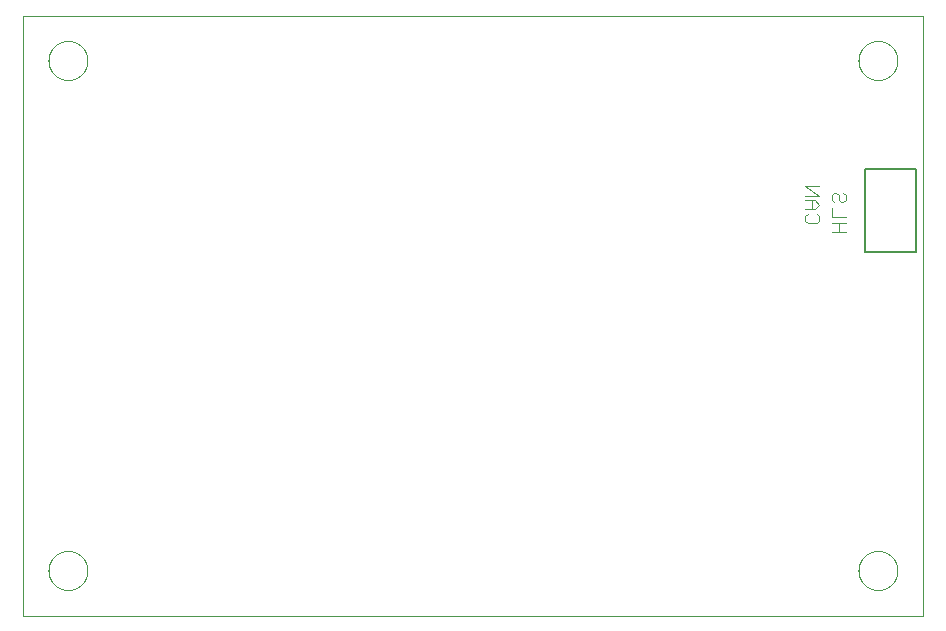
<source format=gbo>
G75*
%MOIN*%
%OFA0B0*%
%FSLAX25Y25*%
%IPPOS*%
%LPD*%
%AMOC8*
5,1,8,0,0,1.08239X$1,22.5*
%
%ADD10C,0.00300*%
%ADD11C,0.00400*%
%ADD12C,0.00000*%
%ADD13C,0.00500*%
D10*
X0330000Y0290000D02*
X0330000Y0490000D01*
X0630000Y0490000D01*
X0630000Y0290000D01*
X0330000Y0290000D01*
D11*
X0590825Y0421561D02*
X0590825Y0423096D01*
X0591592Y0423863D01*
X0590825Y0425398D02*
X0593894Y0425398D01*
X0595429Y0426933D01*
X0593894Y0428467D01*
X0590825Y0428467D01*
X0590825Y0430002D02*
X0595429Y0430002D01*
X0590825Y0433071D01*
X0595429Y0433071D01*
X0599575Y0430200D02*
X0599575Y0428665D01*
X0600342Y0427898D01*
X0601877Y0428665D02*
X0601877Y0430200D01*
X0601110Y0430967D01*
X0600342Y0430967D01*
X0599575Y0430200D01*
X0601877Y0428665D02*
X0602644Y0427898D01*
X0603412Y0427898D01*
X0604179Y0428665D01*
X0604179Y0430200D01*
X0603412Y0430967D01*
X0599575Y0425967D02*
X0599575Y0422898D01*
X0604179Y0422898D01*
X0604179Y0420967D02*
X0599575Y0420967D01*
X0601877Y0420967D02*
X0601877Y0417898D01*
X0599575Y0417898D02*
X0604179Y0417898D01*
X0595429Y0421561D02*
X0594662Y0420794D01*
X0591592Y0420794D01*
X0590825Y0421561D01*
X0594662Y0423863D02*
X0595429Y0423096D01*
X0595429Y0421561D01*
X0593127Y0425398D02*
X0593127Y0428467D01*
D12*
X0608500Y0475000D02*
X0608502Y0475161D01*
X0608508Y0475321D01*
X0608518Y0475482D01*
X0608532Y0475642D01*
X0608550Y0475802D01*
X0608571Y0475961D01*
X0608597Y0476120D01*
X0608627Y0476278D01*
X0608660Y0476435D01*
X0608698Y0476592D01*
X0608739Y0476747D01*
X0608784Y0476901D01*
X0608833Y0477054D01*
X0608886Y0477206D01*
X0608942Y0477357D01*
X0609003Y0477506D01*
X0609066Y0477654D01*
X0609134Y0477800D01*
X0609205Y0477944D01*
X0609279Y0478086D01*
X0609357Y0478227D01*
X0609439Y0478365D01*
X0609524Y0478502D01*
X0609612Y0478636D01*
X0609704Y0478768D01*
X0609799Y0478898D01*
X0609897Y0479026D01*
X0609998Y0479151D01*
X0610102Y0479273D01*
X0610209Y0479393D01*
X0610319Y0479510D01*
X0610432Y0479625D01*
X0610548Y0479736D01*
X0610667Y0479845D01*
X0610788Y0479950D01*
X0610912Y0480053D01*
X0611038Y0480153D01*
X0611166Y0480249D01*
X0611297Y0480342D01*
X0611431Y0480432D01*
X0611566Y0480519D01*
X0611704Y0480602D01*
X0611843Y0480682D01*
X0611985Y0480758D01*
X0612128Y0480831D01*
X0612273Y0480900D01*
X0612420Y0480966D01*
X0612568Y0481028D01*
X0612718Y0481086D01*
X0612869Y0481141D01*
X0613022Y0481192D01*
X0613176Y0481239D01*
X0613331Y0481282D01*
X0613487Y0481321D01*
X0613643Y0481357D01*
X0613801Y0481388D01*
X0613959Y0481416D01*
X0614118Y0481440D01*
X0614278Y0481460D01*
X0614438Y0481476D01*
X0614598Y0481488D01*
X0614759Y0481496D01*
X0614920Y0481500D01*
X0615080Y0481500D01*
X0615241Y0481496D01*
X0615402Y0481488D01*
X0615562Y0481476D01*
X0615722Y0481460D01*
X0615882Y0481440D01*
X0616041Y0481416D01*
X0616199Y0481388D01*
X0616357Y0481357D01*
X0616513Y0481321D01*
X0616669Y0481282D01*
X0616824Y0481239D01*
X0616978Y0481192D01*
X0617131Y0481141D01*
X0617282Y0481086D01*
X0617432Y0481028D01*
X0617580Y0480966D01*
X0617727Y0480900D01*
X0617872Y0480831D01*
X0618015Y0480758D01*
X0618157Y0480682D01*
X0618296Y0480602D01*
X0618434Y0480519D01*
X0618569Y0480432D01*
X0618703Y0480342D01*
X0618834Y0480249D01*
X0618962Y0480153D01*
X0619088Y0480053D01*
X0619212Y0479950D01*
X0619333Y0479845D01*
X0619452Y0479736D01*
X0619568Y0479625D01*
X0619681Y0479510D01*
X0619791Y0479393D01*
X0619898Y0479273D01*
X0620002Y0479151D01*
X0620103Y0479026D01*
X0620201Y0478898D01*
X0620296Y0478768D01*
X0620388Y0478636D01*
X0620476Y0478502D01*
X0620561Y0478365D01*
X0620643Y0478227D01*
X0620721Y0478086D01*
X0620795Y0477944D01*
X0620866Y0477800D01*
X0620934Y0477654D01*
X0620997Y0477506D01*
X0621058Y0477357D01*
X0621114Y0477206D01*
X0621167Y0477054D01*
X0621216Y0476901D01*
X0621261Y0476747D01*
X0621302Y0476592D01*
X0621340Y0476435D01*
X0621373Y0476278D01*
X0621403Y0476120D01*
X0621429Y0475961D01*
X0621450Y0475802D01*
X0621468Y0475642D01*
X0621482Y0475482D01*
X0621492Y0475321D01*
X0621498Y0475161D01*
X0621500Y0475000D01*
X0621498Y0474839D01*
X0621492Y0474679D01*
X0621482Y0474518D01*
X0621468Y0474358D01*
X0621450Y0474198D01*
X0621429Y0474039D01*
X0621403Y0473880D01*
X0621373Y0473722D01*
X0621340Y0473565D01*
X0621302Y0473408D01*
X0621261Y0473253D01*
X0621216Y0473099D01*
X0621167Y0472946D01*
X0621114Y0472794D01*
X0621058Y0472643D01*
X0620997Y0472494D01*
X0620934Y0472346D01*
X0620866Y0472200D01*
X0620795Y0472056D01*
X0620721Y0471914D01*
X0620643Y0471773D01*
X0620561Y0471635D01*
X0620476Y0471498D01*
X0620388Y0471364D01*
X0620296Y0471232D01*
X0620201Y0471102D01*
X0620103Y0470974D01*
X0620002Y0470849D01*
X0619898Y0470727D01*
X0619791Y0470607D01*
X0619681Y0470490D01*
X0619568Y0470375D01*
X0619452Y0470264D01*
X0619333Y0470155D01*
X0619212Y0470050D01*
X0619088Y0469947D01*
X0618962Y0469847D01*
X0618834Y0469751D01*
X0618703Y0469658D01*
X0618569Y0469568D01*
X0618434Y0469481D01*
X0618296Y0469398D01*
X0618157Y0469318D01*
X0618015Y0469242D01*
X0617872Y0469169D01*
X0617727Y0469100D01*
X0617580Y0469034D01*
X0617432Y0468972D01*
X0617282Y0468914D01*
X0617131Y0468859D01*
X0616978Y0468808D01*
X0616824Y0468761D01*
X0616669Y0468718D01*
X0616513Y0468679D01*
X0616357Y0468643D01*
X0616199Y0468612D01*
X0616041Y0468584D01*
X0615882Y0468560D01*
X0615722Y0468540D01*
X0615562Y0468524D01*
X0615402Y0468512D01*
X0615241Y0468504D01*
X0615080Y0468500D01*
X0614920Y0468500D01*
X0614759Y0468504D01*
X0614598Y0468512D01*
X0614438Y0468524D01*
X0614278Y0468540D01*
X0614118Y0468560D01*
X0613959Y0468584D01*
X0613801Y0468612D01*
X0613643Y0468643D01*
X0613487Y0468679D01*
X0613331Y0468718D01*
X0613176Y0468761D01*
X0613022Y0468808D01*
X0612869Y0468859D01*
X0612718Y0468914D01*
X0612568Y0468972D01*
X0612420Y0469034D01*
X0612273Y0469100D01*
X0612128Y0469169D01*
X0611985Y0469242D01*
X0611843Y0469318D01*
X0611704Y0469398D01*
X0611566Y0469481D01*
X0611431Y0469568D01*
X0611297Y0469658D01*
X0611166Y0469751D01*
X0611038Y0469847D01*
X0610912Y0469947D01*
X0610788Y0470050D01*
X0610667Y0470155D01*
X0610548Y0470264D01*
X0610432Y0470375D01*
X0610319Y0470490D01*
X0610209Y0470607D01*
X0610102Y0470727D01*
X0609998Y0470849D01*
X0609897Y0470974D01*
X0609799Y0471102D01*
X0609704Y0471232D01*
X0609612Y0471364D01*
X0609524Y0471498D01*
X0609439Y0471635D01*
X0609357Y0471773D01*
X0609279Y0471914D01*
X0609205Y0472056D01*
X0609134Y0472200D01*
X0609066Y0472346D01*
X0609003Y0472494D01*
X0608942Y0472643D01*
X0608886Y0472794D01*
X0608833Y0472946D01*
X0608784Y0473099D01*
X0608739Y0473253D01*
X0608698Y0473408D01*
X0608660Y0473565D01*
X0608627Y0473722D01*
X0608597Y0473880D01*
X0608571Y0474039D01*
X0608550Y0474198D01*
X0608532Y0474358D01*
X0608518Y0474518D01*
X0608508Y0474679D01*
X0608502Y0474839D01*
X0608500Y0475000D01*
X0608500Y0305000D02*
X0608502Y0305161D01*
X0608508Y0305321D01*
X0608518Y0305482D01*
X0608532Y0305642D01*
X0608550Y0305802D01*
X0608571Y0305961D01*
X0608597Y0306120D01*
X0608627Y0306278D01*
X0608660Y0306435D01*
X0608698Y0306592D01*
X0608739Y0306747D01*
X0608784Y0306901D01*
X0608833Y0307054D01*
X0608886Y0307206D01*
X0608942Y0307357D01*
X0609003Y0307506D01*
X0609066Y0307654D01*
X0609134Y0307800D01*
X0609205Y0307944D01*
X0609279Y0308086D01*
X0609357Y0308227D01*
X0609439Y0308365D01*
X0609524Y0308502D01*
X0609612Y0308636D01*
X0609704Y0308768D01*
X0609799Y0308898D01*
X0609897Y0309026D01*
X0609998Y0309151D01*
X0610102Y0309273D01*
X0610209Y0309393D01*
X0610319Y0309510D01*
X0610432Y0309625D01*
X0610548Y0309736D01*
X0610667Y0309845D01*
X0610788Y0309950D01*
X0610912Y0310053D01*
X0611038Y0310153D01*
X0611166Y0310249D01*
X0611297Y0310342D01*
X0611431Y0310432D01*
X0611566Y0310519D01*
X0611704Y0310602D01*
X0611843Y0310682D01*
X0611985Y0310758D01*
X0612128Y0310831D01*
X0612273Y0310900D01*
X0612420Y0310966D01*
X0612568Y0311028D01*
X0612718Y0311086D01*
X0612869Y0311141D01*
X0613022Y0311192D01*
X0613176Y0311239D01*
X0613331Y0311282D01*
X0613487Y0311321D01*
X0613643Y0311357D01*
X0613801Y0311388D01*
X0613959Y0311416D01*
X0614118Y0311440D01*
X0614278Y0311460D01*
X0614438Y0311476D01*
X0614598Y0311488D01*
X0614759Y0311496D01*
X0614920Y0311500D01*
X0615080Y0311500D01*
X0615241Y0311496D01*
X0615402Y0311488D01*
X0615562Y0311476D01*
X0615722Y0311460D01*
X0615882Y0311440D01*
X0616041Y0311416D01*
X0616199Y0311388D01*
X0616357Y0311357D01*
X0616513Y0311321D01*
X0616669Y0311282D01*
X0616824Y0311239D01*
X0616978Y0311192D01*
X0617131Y0311141D01*
X0617282Y0311086D01*
X0617432Y0311028D01*
X0617580Y0310966D01*
X0617727Y0310900D01*
X0617872Y0310831D01*
X0618015Y0310758D01*
X0618157Y0310682D01*
X0618296Y0310602D01*
X0618434Y0310519D01*
X0618569Y0310432D01*
X0618703Y0310342D01*
X0618834Y0310249D01*
X0618962Y0310153D01*
X0619088Y0310053D01*
X0619212Y0309950D01*
X0619333Y0309845D01*
X0619452Y0309736D01*
X0619568Y0309625D01*
X0619681Y0309510D01*
X0619791Y0309393D01*
X0619898Y0309273D01*
X0620002Y0309151D01*
X0620103Y0309026D01*
X0620201Y0308898D01*
X0620296Y0308768D01*
X0620388Y0308636D01*
X0620476Y0308502D01*
X0620561Y0308365D01*
X0620643Y0308227D01*
X0620721Y0308086D01*
X0620795Y0307944D01*
X0620866Y0307800D01*
X0620934Y0307654D01*
X0620997Y0307506D01*
X0621058Y0307357D01*
X0621114Y0307206D01*
X0621167Y0307054D01*
X0621216Y0306901D01*
X0621261Y0306747D01*
X0621302Y0306592D01*
X0621340Y0306435D01*
X0621373Y0306278D01*
X0621403Y0306120D01*
X0621429Y0305961D01*
X0621450Y0305802D01*
X0621468Y0305642D01*
X0621482Y0305482D01*
X0621492Y0305321D01*
X0621498Y0305161D01*
X0621500Y0305000D01*
X0621498Y0304839D01*
X0621492Y0304679D01*
X0621482Y0304518D01*
X0621468Y0304358D01*
X0621450Y0304198D01*
X0621429Y0304039D01*
X0621403Y0303880D01*
X0621373Y0303722D01*
X0621340Y0303565D01*
X0621302Y0303408D01*
X0621261Y0303253D01*
X0621216Y0303099D01*
X0621167Y0302946D01*
X0621114Y0302794D01*
X0621058Y0302643D01*
X0620997Y0302494D01*
X0620934Y0302346D01*
X0620866Y0302200D01*
X0620795Y0302056D01*
X0620721Y0301914D01*
X0620643Y0301773D01*
X0620561Y0301635D01*
X0620476Y0301498D01*
X0620388Y0301364D01*
X0620296Y0301232D01*
X0620201Y0301102D01*
X0620103Y0300974D01*
X0620002Y0300849D01*
X0619898Y0300727D01*
X0619791Y0300607D01*
X0619681Y0300490D01*
X0619568Y0300375D01*
X0619452Y0300264D01*
X0619333Y0300155D01*
X0619212Y0300050D01*
X0619088Y0299947D01*
X0618962Y0299847D01*
X0618834Y0299751D01*
X0618703Y0299658D01*
X0618569Y0299568D01*
X0618434Y0299481D01*
X0618296Y0299398D01*
X0618157Y0299318D01*
X0618015Y0299242D01*
X0617872Y0299169D01*
X0617727Y0299100D01*
X0617580Y0299034D01*
X0617432Y0298972D01*
X0617282Y0298914D01*
X0617131Y0298859D01*
X0616978Y0298808D01*
X0616824Y0298761D01*
X0616669Y0298718D01*
X0616513Y0298679D01*
X0616357Y0298643D01*
X0616199Y0298612D01*
X0616041Y0298584D01*
X0615882Y0298560D01*
X0615722Y0298540D01*
X0615562Y0298524D01*
X0615402Y0298512D01*
X0615241Y0298504D01*
X0615080Y0298500D01*
X0614920Y0298500D01*
X0614759Y0298504D01*
X0614598Y0298512D01*
X0614438Y0298524D01*
X0614278Y0298540D01*
X0614118Y0298560D01*
X0613959Y0298584D01*
X0613801Y0298612D01*
X0613643Y0298643D01*
X0613487Y0298679D01*
X0613331Y0298718D01*
X0613176Y0298761D01*
X0613022Y0298808D01*
X0612869Y0298859D01*
X0612718Y0298914D01*
X0612568Y0298972D01*
X0612420Y0299034D01*
X0612273Y0299100D01*
X0612128Y0299169D01*
X0611985Y0299242D01*
X0611843Y0299318D01*
X0611704Y0299398D01*
X0611566Y0299481D01*
X0611431Y0299568D01*
X0611297Y0299658D01*
X0611166Y0299751D01*
X0611038Y0299847D01*
X0610912Y0299947D01*
X0610788Y0300050D01*
X0610667Y0300155D01*
X0610548Y0300264D01*
X0610432Y0300375D01*
X0610319Y0300490D01*
X0610209Y0300607D01*
X0610102Y0300727D01*
X0609998Y0300849D01*
X0609897Y0300974D01*
X0609799Y0301102D01*
X0609704Y0301232D01*
X0609612Y0301364D01*
X0609524Y0301498D01*
X0609439Y0301635D01*
X0609357Y0301773D01*
X0609279Y0301914D01*
X0609205Y0302056D01*
X0609134Y0302200D01*
X0609066Y0302346D01*
X0609003Y0302494D01*
X0608942Y0302643D01*
X0608886Y0302794D01*
X0608833Y0302946D01*
X0608784Y0303099D01*
X0608739Y0303253D01*
X0608698Y0303408D01*
X0608660Y0303565D01*
X0608627Y0303722D01*
X0608597Y0303880D01*
X0608571Y0304039D01*
X0608550Y0304198D01*
X0608532Y0304358D01*
X0608518Y0304518D01*
X0608508Y0304679D01*
X0608502Y0304839D01*
X0608500Y0305000D01*
X0338500Y0305000D02*
X0338502Y0305161D01*
X0338508Y0305321D01*
X0338518Y0305482D01*
X0338532Y0305642D01*
X0338550Y0305802D01*
X0338571Y0305961D01*
X0338597Y0306120D01*
X0338627Y0306278D01*
X0338660Y0306435D01*
X0338698Y0306592D01*
X0338739Y0306747D01*
X0338784Y0306901D01*
X0338833Y0307054D01*
X0338886Y0307206D01*
X0338942Y0307357D01*
X0339003Y0307506D01*
X0339066Y0307654D01*
X0339134Y0307800D01*
X0339205Y0307944D01*
X0339279Y0308086D01*
X0339357Y0308227D01*
X0339439Y0308365D01*
X0339524Y0308502D01*
X0339612Y0308636D01*
X0339704Y0308768D01*
X0339799Y0308898D01*
X0339897Y0309026D01*
X0339998Y0309151D01*
X0340102Y0309273D01*
X0340209Y0309393D01*
X0340319Y0309510D01*
X0340432Y0309625D01*
X0340548Y0309736D01*
X0340667Y0309845D01*
X0340788Y0309950D01*
X0340912Y0310053D01*
X0341038Y0310153D01*
X0341166Y0310249D01*
X0341297Y0310342D01*
X0341431Y0310432D01*
X0341566Y0310519D01*
X0341704Y0310602D01*
X0341843Y0310682D01*
X0341985Y0310758D01*
X0342128Y0310831D01*
X0342273Y0310900D01*
X0342420Y0310966D01*
X0342568Y0311028D01*
X0342718Y0311086D01*
X0342869Y0311141D01*
X0343022Y0311192D01*
X0343176Y0311239D01*
X0343331Y0311282D01*
X0343487Y0311321D01*
X0343643Y0311357D01*
X0343801Y0311388D01*
X0343959Y0311416D01*
X0344118Y0311440D01*
X0344278Y0311460D01*
X0344438Y0311476D01*
X0344598Y0311488D01*
X0344759Y0311496D01*
X0344920Y0311500D01*
X0345080Y0311500D01*
X0345241Y0311496D01*
X0345402Y0311488D01*
X0345562Y0311476D01*
X0345722Y0311460D01*
X0345882Y0311440D01*
X0346041Y0311416D01*
X0346199Y0311388D01*
X0346357Y0311357D01*
X0346513Y0311321D01*
X0346669Y0311282D01*
X0346824Y0311239D01*
X0346978Y0311192D01*
X0347131Y0311141D01*
X0347282Y0311086D01*
X0347432Y0311028D01*
X0347580Y0310966D01*
X0347727Y0310900D01*
X0347872Y0310831D01*
X0348015Y0310758D01*
X0348157Y0310682D01*
X0348296Y0310602D01*
X0348434Y0310519D01*
X0348569Y0310432D01*
X0348703Y0310342D01*
X0348834Y0310249D01*
X0348962Y0310153D01*
X0349088Y0310053D01*
X0349212Y0309950D01*
X0349333Y0309845D01*
X0349452Y0309736D01*
X0349568Y0309625D01*
X0349681Y0309510D01*
X0349791Y0309393D01*
X0349898Y0309273D01*
X0350002Y0309151D01*
X0350103Y0309026D01*
X0350201Y0308898D01*
X0350296Y0308768D01*
X0350388Y0308636D01*
X0350476Y0308502D01*
X0350561Y0308365D01*
X0350643Y0308227D01*
X0350721Y0308086D01*
X0350795Y0307944D01*
X0350866Y0307800D01*
X0350934Y0307654D01*
X0350997Y0307506D01*
X0351058Y0307357D01*
X0351114Y0307206D01*
X0351167Y0307054D01*
X0351216Y0306901D01*
X0351261Y0306747D01*
X0351302Y0306592D01*
X0351340Y0306435D01*
X0351373Y0306278D01*
X0351403Y0306120D01*
X0351429Y0305961D01*
X0351450Y0305802D01*
X0351468Y0305642D01*
X0351482Y0305482D01*
X0351492Y0305321D01*
X0351498Y0305161D01*
X0351500Y0305000D01*
X0351498Y0304839D01*
X0351492Y0304679D01*
X0351482Y0304518D01*
X0351468Y0304358D01*
X0351450Y0304198D01*
X0351429Y0304039D01*
X0351403Y0303880D01*
X0351373Y0303722D01*
X0351340Y0303565D01*
X0351302Y0303408D01*
X0351261Y0303253D01*
X0351216Y0303099D01*
X0351167Y0302946D01*
X0351114Y0302794D01*
X0351058Y0302643D01*
X0350997Y0302494D01*
X0350934Y0302346D01*
X0350866Y0302200D01*
X0350795Y0302056D01*
X0350721Y0301914D01*
X0350643Y0301773D01*
X0350561Y0301635D01*
X0350476Y0301498D01*
X0350388Y0301364D01*
X0350296Y0301232D01*
X0350201Y0301102D01*
X0350103Y0300974D01*
X0350002Y0300849D01*
X0349898Y0300727D01*
X0349791Y0300607D01*
X0349681Y0300490D01*
X0349568Y0300375D01*
X0349452Y0300264D01*
X0349333Y0300155D01*
X0349212Y0300050D01*
X0349088Y0299947D01*
X0348962Y0299847D01*
X0348834Y0299751D01*
X0348703Y0299658D01*
X0348569Y0299568D01*
X0348434Y0299481D01*
X0348296Y0299398D01*
X0348157Y0299318D01*
X0348015Y0299242D01*
X0347872Y0299169D01*
X0347727Y0299100D01*
X0347580Y0299034D01*
X0347432Y0298972D01*
X0347282Y0298914D01*
X0347131Y0298859D01*
X0346978Y0298808D01*
X0346824Y0298761D01*
X0346669Y0298718D01*
X0346513Y0298679D01*
X0346357Y0298643D01*
X0346199Y0298612D01*
X0346041Y0298584D01*
X0345882Y0298560D01*
X0345722Y0298540D01*
X0345562Y0298524D01*
X0345402Y0298512D01*
X0345241Y0298504D01*
X0345080Y0298500D01*
X0344920Y0298500D01*
X0344759Y0298504D01*
X0344598Y0298512D01*
X0344438Y0298524D01*
X0344278Y0298540D01*
X0344118Y0298560D01*
X0343959Y0298584D01*
X0343801Y0298612D01*
X0343643Y0298643D01*
X0343487Y0298679D01*
X0343331Y0298718D01*
X0343176Y0298761D01*
X0343022Y0298808D01*
X0342869Y0298859D01*
X0342718Y0298914D01*
X0342568Y0298972D01*
X0342420Y0299034D01*
X0342273Y0299100D01*
X0342128Y0299169D01*
X0341985Y0299242D01*
X0341843Y0299318D01*
X0341704Y0299398D01*
X0341566Y0299481D01*
X0341431Y0299568D01*
X0341297Y0299658D01*
X0341166Y0299751D01*
X0341038Y0299847D01*
X0340912Y0299947D01*
X0340788Y0300050D01*
X0340667Y0300155D01*
X0340548Y0300264D01*
X0340432Y0300375D01*
X0340319Y0300490D01*
X0340209Y0300607D01*
X0340102Y0300727D01*
X0339998Y0300849D01*
X0339897Y0300974D01*
X0339799Y0301102D01*
X0339704Y0301232D01*
X0339612Y0301364D01*
X0339524Y0301498D01*
X0339439Y0301635D01*
X0339357Y0301773D01*
X0339279Y0301914D01*
X0339205Y0302056D01*
X0339134Y0302200D01*
X0339066Y0302346D01*
X0339003Y0302494D01*
X0338942Y0302643D01*
X0338886Y0302794D01*
X0338833Y0302946D01*
X0338784Y0303099D01*
X0338739Y0303253D01*
X0338698Y0303408D01*
X0338660Y0303565D01*
X0338627Y0303722D01*
X0338597Y0303880D01*
X0338571Y0304039D01*
X0338550Y0304198D01*
X0338532Y0304358D01*
X0338518Y0304518D01*
X0338508Y0304679D01*
X0338502Y0304839D01*
X0338500Y0305000D01*
X0338500Y0475000D02*
X0338502Y0475161D01*
X0338508Y0475321D01*
X0338518Y0475482D01*
X0338532Y0475642D01*
X0338550Y0475802D01*
X0338571Y0475961D01*
X0338597Y0476120D01*
X0338627Y0476278D01*
X0338660Y0476435D01*
X0338698Y0476592D01*
X0338739Y0476747D01*
X0338784Y0476901D01*
X0338833Y0477054D01*
X0338886Y0477206D01*
X0338942Y0477357D01*
X0339003Y0477506D01*
X0339066Y0477654D01*
X0339134Y0477800D01*
X0339205Y0477944D01*
X0339279Y0478086D01*
X0339357Y0478227D01*
X0339439Y0478365D01*
X0339524Y0478502D01*
X0339612Y0478636D01*
X0339704Y0478768D01*
X0339799Y0478898D01*
X0339897Y0479026D01*
X0339998Y0479151D01*
X0340102Y0479273D01*
X0340209Y0479393D01*
X0340319Y0479510D01*
X0340432Y0479625D01*
X0340548Y0479736D01*
X0340667Y0479845D01*
X0340788Y0479950D01*
X0340912Y0480053D01*
X0341038Y0480153D01*
X0341166Y0480249D01*
X0341297Y0480342D01*
X0341431Y0480432D01*
X0341566Y0480519D01*
X0341704Y0480602D01*
X0341843Y0480682D01*
X0341985Y0480758D01*
X0342128Y0480831D01*
X0342273Y0480900D01*
X0342420Y0480966D01*
X0342568Y0481028D01*
X0342718Y0481086D01*
X0342869Y0481141D01*
X0343022Y0481192D01*
X0343176Y0481239D01*
X0343331Y0481282D01*
X0343487Y0481321D01*
X0343643Y0481357D01*
X0343801Y0481388D01*
X0343959Y0481416D01*
X0344118Y0481440D01*
X0344278Y0481460D01*
X0344438Y0481476D01*
X0344598Y0481488D01*
X0344759Y0481496D01*
X0344920Y0481500D01*
X0345080Y0481500D01*
X0345241Y0481496D01*
X0345402Y0481488D01*
X0345562Y0481476D01*
X0345722Y0481460D01*
X0345882Y0481440D01*
X0346041Y0481416D01*
X0346199Y0481388D01*
X0346357Y0481357D01*
X0346513Y0481321D01*
X0346669Y0481282D01*
X0346824Y0481239D01*
X0346978Y0481192D01*
X0347131Y0481141D01*
X0347282Y0481086D01*
X0347432Y0481028D01*
X0347580Y0480966D01*
X0347727Y0480900D01*
X0347872Y0480831D01*
X0348015Y0480758D01*
X0348157Y0480682D01*
X0348296Y0480602D01*
X0348434Y0480519D01*
X0348569Y0480432D01*
X0348703Y0480342D01*
X0348834Y0480249D01*
X0348962Y0480153D01*
X0349088Y0480053D01*
X0349212Y0479950D01*
X0349333Y0479845D01*
X0349452Y0479736D01*
X0349568Y0479625D01*
X0349681Y0479510D01*
X0349791Y0479393D01*
X0349898Y0479273D01*
X0350002Y0479151D01*
X0350103Y0479026D01*
X0350201Y0478898D01*
X0350296Y0478768D01*
X0350388Y0478636D01*
X0350476Y0478502D01*
X0350561Y0478365D01*
X0350643Y0478227D01*
X0350721Y0478086D01*
X0350795Y0477944D01*
X0350866Y0477800D01*
X0350934Y0477654D01*
X0350997Y0477506D01*
X0351058Y0477357D01*
X0351114Y0477206D01*
X0351167Y0477054D01*
X0351216Y0476901D01*
X0351261Y0476747D01*
X0351302Y0476592D01*
X0351340Y0476435D01*
X0351373Y0476278D01*
X0351403Y0476120D01*
X0351429Y0475961D01*
X0351450Y0475802D01*
X0351468Y0475642D01*
X0351482Y0475482D01*
X0351492Y0475321D01*
X0351498Y0475161D01*
X0351500Y0475000D01*
X0351498Y0474839D01*
X0351492Y0474679D01*
X0351482Y0474518D01*
X0351468Y0474358D01*
X0351450Y0474198D01*
X0351429Y0474039D01*
X0351403Y0473880D01*
X0351373Y0473722D01*
X0351340Y0473565D01*
X0351302Y0473408D01*
X0351261Y0473253D01*
X0351216Y0473099D01*
X0351167Y0472946D01*
X0351114Y0472794D01*
X0351058Y0472643D01*
X0350997Y0472494D01*
X0350934Y0472346D01*
X0350866Y0472200D01*
X0350795Y0472056D01*
X0350721Y0471914D01*
X0350643Y0471773D01*
X0350561Y0471635D01*
X0350476Y0471498D01*
X0350388Y0471364D01*
X0350296Y0471232D01*
X0350201Y0471102D01*
X0350103Y0470974D01*
X0350002Y0470849D01*
X0349898Y0470727D01*
X0349791Y0470607D01*
X0349681Y0470490D01*
X0349568Y0470375D01*
X0349452Y0470264D01*
X0349333Y0470155D01*
X0349212Y0470050D01*
X0349088Y0469947D01*
X0348962Y0469847D01*
X0348834Y0469751D01*
X0348703Y0469658D01*
X0348569Y0469568D01*
X0348434Y0469481D01*
X0348296Y0469398D01*
X0348157Y0469318D01*
X0348015Y0469242D01*
X0347872Y0469169D01*
X0347727Y0469100D01*
X0347580Y0469034D01*
X0347432Y0468972D01*
X0347282Y0468914D01*
X0347131Y0468859D01*
X0346978Y0468808D01*
X0346824Y0468761D01*
X0346669Y0468718D01*
X0346513Y0468679D01*
X0346357Y0468643D01*
X0346199Y0468612D01*
X0346041Y0468584D01*
X0345882Y0468560D01*
X0345722Y0468540D01*
X0345562Y0468524D01*
X0345402Y0468512D01*
X0345241Y0468504D01*
X0345080Y0468500D01*
X0344920Y0468500D01*
X0344759Y0468504D01*
X0344598Y0468512D01*
X0344438Y0468524D01*
X0344278Y0468540D01*
X0344118Y0468560D01*
X0343959Y0468584D01*
X0343801Y0468612D01*
X0343643Y0468643D01*
X0343487Y0468679D01*
X0343331Y0468718D01*
X0343176Y0468761D01*
X0343022Y0468808D01*
X0342869Y0468859D01*
X0342718Y0468914D01*
X0342568Y0468972D01*
X0342420Y0469034D01*
X0342273Y0469100D01*
X0342128Y0469169D01*
X0341985Y0469242D01*
X0341843Y0469318D01*
X0341704Y0469398D01*
X0341566Y0469481D01*
X0341431Y0469568D01*
X0341297Y0469658D01*
X0341166Y0469751D01*
X0341038Y0469847D01*
X0340912Y0469947D01*
X0340788Y0470050D01*
X0340667Y0470155D01*
X0340548Y0470264D01*
X0340432Y0470375D01*
X0340319Y0470490D01*
X0340209Y0470607D01*
X0340102Y0470727D01*
X0339998Y0470849D01*
X0339897Y0470974D01*
X0339799Y0471102D01*
X0339704Y0471232D01*
X0339612Y0471364D01*
X0339524Y0471498D01*
X0339439Y0471635D01*
X0339357Y0471773D01*
X0339279Y0471914D01*
X0339205Y0472056D01*
X0339134Y0472200D01*
X0339066Y0472346D01*
X0339003Y0472494D01*
X0338942Y0472643D01*
X0338886Y0472794D01*
X0338833Y0472946D01*
X0338784Y0473099D01*
X0338739Y0473253D01*
X0338698Y0473408D01*
X0338660Y0473565D01*
X0338627Y0473722D01*
X0338597Y0473880D01*
X0338571Y0474039D01*
X0338550Y0474198D01*
X0338532Y0474358D01*
X0338518Y0474518D01*
X0338508Y0474679D01*
X0338502Y0474839D01*
X0338500Y0475000D01*
D13*
X0610797Y0438780D02*
X0610797Y0411220D01*
X0627530Y0411220D01*
X0627530Y0438780D01*
X0610797Y0438780D01*
M02*

</source>
